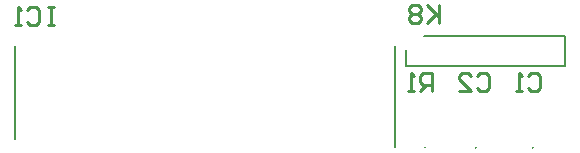
<source format=gbr>
%TF.GenerationSoftware,Altium Limited,Altium Designer,24.3.1 (35)*%
G04 Layer_Color=32896*
%FSLAX25Y25*%
%MOIN*%
%TF.SameCoordinates,1C50E6C9-DA4A-4B26-87AC-B265A0C711DB*%
%TF.FilePolarity,Positive*%
%TF.FileFunction,Legend,Bot*%
%TF.Part,Single*%
G01*
G75*
%TA.AperFunction,NonConductor*%
%ADD50C,0.00787*%
%ADD55C,0.01000*%
D50*
X158197Y10110D02*
G03*
X158197Y10110I-197J0D01*
G01*
X141197Y10153D02*
G03*
X141197Y10153I-197J0D01*
G01*
X177197Y10110D02*
G03*
X177197Y10110I-197J0D01*
G01*
X131248Y10457D02*
Y43862D01*
X4752Y12878D02*
Y43862D01*
X135016Y37283D02*
Y42500D01*
Y37283D02*
X187969D01*
Y47421D01*
X141000D02*
X187969D01*
D55*
X143500Y29100D02*
Y35098D01*
X140501D01*
X139501Y34098D01*
Y32099D01*
X140501Y31099D01*
X143500D01*
X141501D02*
X139501Y29100D01*
X137502D02*
X135503D01*
X136502D01*
Y35098D01*
X137502Y34098D01*
X145998Y57499D02*
Y51501D01*
Y53500D01*
X142000Y57499D01*
X144999Y54500D01*
X142000Y51501D01*
X140000Y56499D02*
X139001Y57499D01*
X137001D01*
X136002Y56499D01*
Y55500D01*
X137001Y54500D01*
X136002Y53500D01*
Y52501D01*
X137001Y51501D01*
X139001D01*
X140000Y52501D01*
Y53500D01*
X139001Y54500D01*
X140000Y55500D01*
Y56499D01*
X139001Y54500D02*
X137001D01*
X17700Y56998D02*
X15701D01*
X16700D01*
Y51000D01*
X17700D01*
X15701D01*
X8703Y55998D02*
X9703Y56998D01*
X11702D01*
X12702Y55998D01*
Y52000D01*
X11702Y51000D01*
X9703D01*
X8703Y52000D01*
X6704Y51000D02*
X4704D01*
X5704D01*
Y56998D01*
X6704Y55998D01*
X158501Y34098D02*
X159501Y35098D01*
X161500D01*
X162500Y34098D01*
Y30100D01*
X161500Y29100D01*
X159501D01*
X158501Y30100D01*
X152503Y29100D02*
X156502D01*
X152503Y33099D01*
Y34098D01*
X153503Y35098D01*
X155502D01*
X156502Y34098D01*
X175501D02*
X176501Y35098D01*
X178500D01*
X179500Y34098D01*
Y30100D01*
X178500Y29100D01*
X176501D01*
X175501Y30100D01*
X173502Y29100D02*
X171503D01*
X172502D01*
Y35098D01*
X173502Y34098D01*
%TF.MD5,c0fc89e352051d01eec512e9509c9f48*%
M02*

</source>
